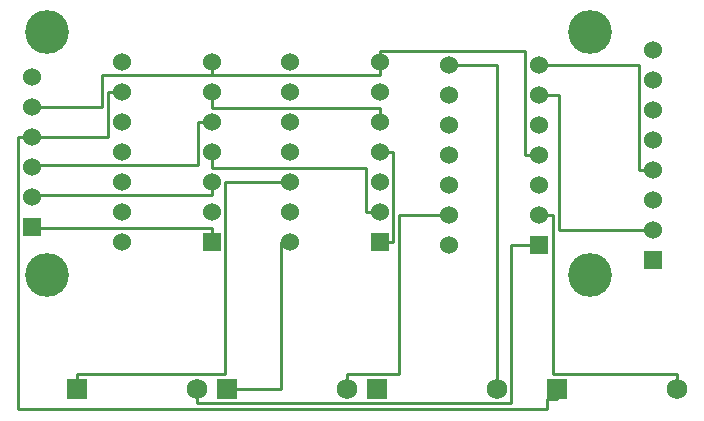
<source format=gbr>
G04 start of page 2 for group 0 idx 0 *
G04 Title: (unknown), top *
G04 Creator: pcb 4.2.2 *
G04 CreationDate: Sat Jan  4 21:18:30 2025 UTC *
G04 For: electronics *
G04 Format: Gerber/RS-274X *
G04 PCB-Dimensions (mil): 2500.00 1500.00 *
G04 PCB-Coordinate-Origin: lower left *
%MOIN*%
%FSLAX25Y25*%
%LNTOP*%
%ADD18C,0.0280*%
%ADD17C,0.0380*%
%ADD16C,0.1200*%
%ADD15C,0.1460*%
%ADD14C,0.0600*%
%ADD13C,0.0001*%
%ADD12C,0.0680*%
%ADD11C,0.0100*%
G54D11*X38500Y114000D02*X15000D01*
X15000Y104000D02*X10500D01*
X15000Y94500D02*Y94000D01*
Y84500D02*Y84000D01*
X70000Y20000D02*Y15100D01*
X10500Y104000D02*Y13100D01*
X30000Y24900D02*Y20000D01*
X15000Y74000D02*Y73500D01*
X179500Y132500D02*X131000D01*
X170000Y128000D02*X154000D01*
X131000Y132500D02*Y129000D01*
X75000Y129000D02*Y124500D01*
X131000Y124500D02*X75000D01*
X131000Y129000D02*Y124500D01*
X217500Y128000D02*X184000D01*
X131000Y113500D02*X75000D01*
X131000D02*Y109000D01*
X98000Y20000D02*X80000D01*
X98000Y69000D02*Y20000D01*
X186600Y13100D02*X10500D01*
X79500Y24900D02*X30000D01*
X101000Y89000D02*X79500D01*
Y24900D01*
X131000Y79000D02*X126500D01*
X75000Y84500D02*X15000D01*
X75000Y89000D02*Y84500D01*
X186600Y16600D02*Y13100D01*
X190000Y16600D02*X186600D01*
X190000Y20000D02*Y16600D01*
X188700Y78000D02*X184000D01*
X222000Y73000D02*X190700D01*
X188700Y78000D02*Y24900D01*
X190700Y118000D02*Y73000D01*
X230000Y24900D02*X188700D01*
X230000D02*Y20000D01*
X179500Y132500D02*Y98000D01*
X184000Y98000D02*X179500D01*
X190700Y118000D02*X184000D01*
X217500Y128000D02*Y93000D01*
X222000Y93000D02*X217500D01*
X170000Y128000D02*Y20000D01*
X101000Y69000D02*X98000D01*
X184000Y68000D02*X174900D01*
Y15100D01*
X174900Y15100D02*X70000D01*
X154000Y78000D02*X137500D01*
Y24900D01*
X135500Y99000D02*X131000D01*
X135500D02*Y69000D01*
X137500Y24900D02*X120000D01*
Y20000D01*
X135500Y69000D02*X131000D01*
X126500Y93500D02*X75000D01*
X126500D02*Y79000D01*
X38500Y124500D02*Y114000D01*
X75000Y124500D02*X38500D01*
X75000Y119000D02*Y113500D01*
X40500Y104000D02*X15000D01*
X70500Y94500D02*X15000D01*
X40500Y119000D02*Y104000D01*
X45000Y119000D02*X40500D01*
X75000Y73500D02*X15000D01*
X75000D02*Y69000D01*
X70500Y109000D02*Y94500D01*
X75000Y109000D02*X70500D01*
X75000Y99000D02*Y93500D01*
G54D12*X230000Y20000D03*
G54D13*G36*
X219000Y66000D02*Y60000D01*
X225000D01*
Y66000D01*
X219000D01*
G37*
G54D14*X222000Y73000D03*
Y83000D03*
Y93000D03*
Y103000D03*
Y113000D03*
Y123000D03*
Y133000D03*
G54D13*G36*
X126600Y23400D02*Y16600D01*
X133400D01*
Y23400D01*
X126600D01*
G37*
G54D12*X170000Y20000D03*
X120000D03*
G54D13*G36*
X186600Y23400D02*Y16600D01*
X193400D01*
Y23400D01*
X186600D01*
G37*
G36*
X181000Y71000D02*Y65000D01*
X187000D01*
Y71000D01*
X181000D01*
G37*
G54D14*X184000Y78000D03*
Y88000D03*
Y98000D03*
Y108000D03*
Y118000D03*
Y128000D03*
X154000D03*
X101000Y129000D03*
X154000Y118000D03*
X101000Y119000D03*
Y109000D03*
Y99000D03*
Y89000D03*
X154000Y108000D03*
Y98000D03*
Y88000D03*
Y78000D03*
Y68000D03*
G54D13*G36*
X128000Y72000D02*Y66000D01*
X134000D01*
Y72000D01*
X128000D01*
G37*
G54D14*X101000Y69000D03*
X131000Y79000D03*
X101000D03*
X131000Y89000D03*
Y99000D03*
Y109000D03*
Y119000D03*
Y129000D03*
G54D13*G36*
X26600Y23400D02*Y16600D01*
X33400D01*
Y23400D01*
X26600D01*
G37*
G36*
X76600D02*Y16600D01*
X83400D01*
Y23400D01*
X76600D01*
G37*
G54D12*X70000Y20000D03*
G54D13*G36*
X72000Y72000D02*Y66000D01*
X78000D01*
Y72000D01*
X72000D01*
G37*
G54D14*X75000Y79000D03*
Y89000D03*
Y99000D03*
Y109000D03*
Y119000D03*
Y129000D03*
G54D13*G36*
X12000Y77000D02*Y71000D01*
X18000D01*
Y77000D01*
X12000D01*
G37*
G54D14*X15000Y84000D03*
Y94000D03*
Y104000D03*
Y114000D03*
Y124000D03*
X45000Y129000D03*
Y119000D03*
Y109000D03*
Y99000D03*
Y89000D03*
Y79000D03*
Y69000D03*
G54D15*X201000Y58000D03*
Y139000D03*
X20000D03*
Y58000D03*
G54D16*G54D17*G54D18*G54D17*G54D18*G54D17*G54D18*G54D17*G54D18*M02*

</source>
